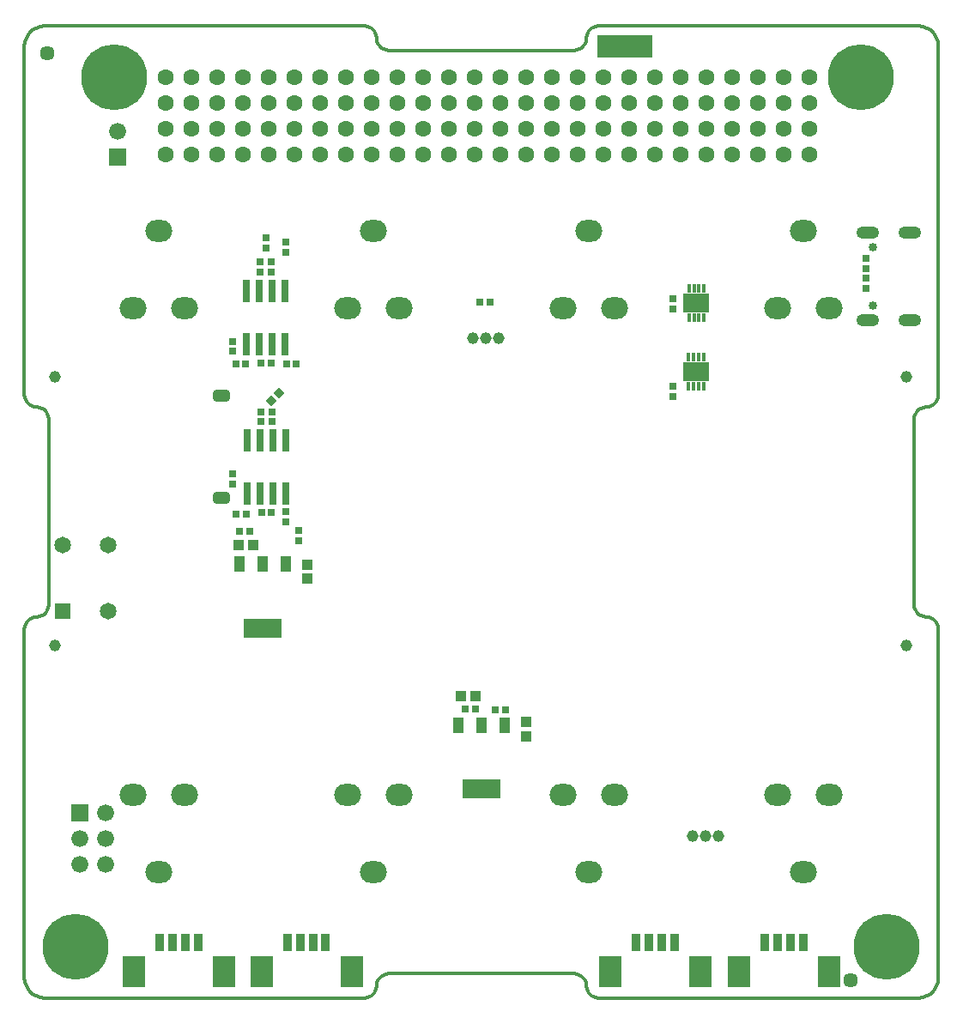
<source format=gbs>
G04*
G04 #@! TF.GenerationSoftware,Altium Limited,Altium Designer,21.7.2 (23)*
G04*
G04 Layer_Color=16711935*
%FSLAX25Y25*%
%MOIN*%
G70*
G04*
G04 #@! TF.SameCoordinates,586B0D2E-7DEF-4F54-8963-D9A3A6DEDF4E*
G04*
G04*
G04 #@! TF.FilePolarity,Negative*
G04*
G01*
G75*
%ADD10C,0.01181*%
%ADD20R,0.21654X0.08858*%
%ADD21R,0.03937X0.03937*%
%ADD22R,0.02953X0.02953*%
%ADD23R,0.02953X0.02953*%
%ADD25R,0.03937X0.03937*%
%ADD26P,0.04176X4X180.0*%
%ADD29R,0.03740X0.06890*%
%ADD30R,0.08858X0.12402*%
%ADD41R,0.01791X0.03691*%
%ADD42R,0.10391X0.07491*%
%ADD52R,0.02756X0.09055*%
%ADD53R,0.02756X0.09055*%
%ADD75C,0.05701*%
%ADD76O,0.10433X0.08465*%
%ADD77C,0.06591*%
%ADD78R,0.06591X0.06591*%
%ADD79C,0.06299*%
%ADD80C,0.03347*%
%ADD81O,0.08858X0.04724*%
G04:AMPARAMS|DCode=82|XSize=64.96mil|YSize=45.28mil|CornerRadius=12.8mil|HoleSize=0mil|Usage=FLASHONLY|Rotation=180.000|XOffset=0mil|YOffset=0mil|HoleType=Round|Shape=RoundedRectangle|*
%AMROUNDEDRECTD82*
21,1,0.06496,0.01968,0,0,180.0*
21,1,0.03937,0.04528,0,0,180.0*
1,1,0.02559,-0.01968,0.00984*
1,1,0.02559,0.01968,0.00984*
1,1,0.02559,0.01968,-0.00984*
1,1,0.02559,-0.01968,-0.00984*
%
%ADD82ROUNDEDRECTD82*%
%ADD83C,0.04528*%
%ADD84C,0.06488*%
%ADD85R,0.06488X0.06488*%
%ADD86C,0.25591*%
%ADD194R,0.04331X0.06299*%
%ADD195R,0.14567X0.07480*%
D10*
X2976Y1727D02*
X4469Y789D01*
X6134Y207D01*
X7886Y10D01*
X132039D01*
X133090Y128D01*
X134089Y477D01*
X134985Y1040D01*
X135733Y1788D01*
X136296Y2684D01*
X136645Y3683D01*
X136764Y4734D01*
X136882Y5785D01*
X137231Y6784D01*
X137794Y7680D01*
X138542Y8428D01*
X139438Y8991D01*
X140437Y9340D01*
X141488Y9458D01*
X213535D01*
X214586Y9340D01*
X215585Y8991D01*
X216481Y8428D01*
X217229Y7680D01*
X217792Y6784D01*
X218141Y5785D01*
X218260Y4734D01*
X218378Y3683D01*
X218727Y2684D01*
X219290Y1788D01*
X220038Y1040D01*
X220934Y477D01*
X221933Y128D01*
X222984Y10D01*
X347138D01*
X348890Y207D01*
X350554Y789D01*
X352047Y1727D01*
X353294Y2974D01*
X354232Y4467D01*
X354814Y6131D01*
X355012Y7884D01*
Y143297D01*
X354893Y144348D01*
X354544Y145347D01*
X353981Y146242D01*
X353233Y146991D01*
X352337Y147554D01*
X351339Y147903D01*
X350287Y148021D01*
X349236Y148140D01*
X348237Y148489D01*
X347341Y149052D01*
X346593Y149800D01*
X346031Y150696D01*
X345681Y151695D01*
X345563Y152746D01*
X345563Y224793D01*
X345681Y225844D01*
X346031Y226843D01*
X346593Y227739D01*
X347341Y228487D01*
X348237Y229049D01*
X349236Y229399D01*
X350287Y229517D01*
X351339Y229636D01*
X352337Y229985D01*
X353233Y230548D01*
X353981Y231296D01*
X354544Y232192D01*
X354893Y233190D01*
X355012Y234242D01*
Y369655D01*
X354814Y371407D01*
X354232Y373072D01*
X353294Y374565D01*
X352047Y375811D01*
X350554Y376749D01*
X348890Y377332D01*
X347137Y377529D01*
X222984D01*
X221933Y377411D01*
X220934Y377061D01*
X220038Y376499D01*
X219290Y375750D01*
X218727Y374855D01*
X218378Y373856D01*
X218260Y372805D01*
X218141Y371754D01*
X217792Y370755D01*
X217229Y369859D01*
X216481Y369111D01*
X215585Y368548D01*
X214586Y368199D01*
X213535Y368080D01*
X141488Y368080D01*
X140437Y368199D01*
X139438Y368548D01*
X138542Y369111D01*
X137794Y369859D01*
X137231Y370755D01*
X136882Y371754D01*
X136764Y372805D01*
X136645Y373856D01*
X136296Y374855D01*
X135733Y375750D01*
X134985Y376499D01*
X134089Y377061D01*
X133090Y377411D01*
X132039Y377529D01*
X7886D01*
X6134Y377332D01*
X4469Y376749D01*
X2976Y375811D01*
X1729Y374565D01*
X791Y373072D01*
X209Y371407D01*
X12Y369655D01*
Y234242D01*
X130Y233190D01*
X479Y232192D01*
X1042Y231296D01*
X1790Y230548D01*
X2686Y229985D01*
X3685Y229636D01*
X4736Y229517D01*
X5787Y229399D01*
X6786Y229049D01*
X7682Y228487D01*
X8430Y227739D01*
X8992Y226843D01*
X9342Y225844D01*
X9460Y224793D01*
Y152746D01*
X9342Y151695D01*
X8992Y150696D01*
X8430Y149800D01*
X7682Y149052D01*
X6786Y148489D01*
X5787Y148140D01*
X4736Y148021D01*
X3685Y147903D01*
X2686Y147554D01*
X1790Y146991D01*
X1042Y146242D01*
X479Y145347D01*
X130Y144348D01*
X12Y143297D01*
Y7884D01*
X209Y6131D01*
X791Y4467D01*
X1729Y2974D01*
X2976Y1727D01*
D20*
X233268Y369587D02*
D03*
D21*
X83344Y176100D02*
D03*
X88856D02*
D03*
X169644Y117400D02*
D03*
X175156D02*
D03*
D22*
X82163Y188100D02*
D03*
X83500Y181200D02*
D03*
X87437D02*
D03*
X95960Y188507D02*
D03*
X92023D02*
D03*
X86100Y188100D02*
D03*
X95786Y246650D02*
D03*
X101732Y246400D02*
D03*
X105668D02*
D03*
X91849Y246650D02*
D03*
X85969Y246400D02*
D03*
X82032D02*
D03*
X176900Y270300D02*
D03*
X180837Y270300D02*
D03*
X175268Y112200D02*
D03*
X171332D02*
D03*
X182832Y112100D02*
D03*
X186768D02*
D03*
D23*
X80900Y199632D02*
D03*
Y203569D02*
D03*
X101500Y188969D02*
D03*
Y185031D02*
D03*
X106600Y181668D02*
D03*
Y177732D02*
D03*
X96191Y223838D02*
D03*
Y227775D02*
D03*
X91791D02*
D03*
Y223838D02*
D03*
X80800Y251132D02*
D03*
Y255068D02*
D03*
X95954Y281872D02*
D03*
Y285809D02*
D03*
X101500Y289531D02*
D03*
Y293468D02*
D03*
X93753Y295309D02*
D03*
Y291372D02*
D03*
X91553Y285809D02*
D03*
Y281872D02*
D03*
X251700Y237568D02*
D03*
Y233631D02*
D03*
X251900Y267775D02*
D03*
Y271712D02*
D03*
X326700Y275532D02*
D03*
Y279468D02*
D03*
X326701Y283231D02*
D03*
X326701Y287169D02*
D03*
D25*
X109923Y162814D02*
D03*
Y168326D02*
D03*
X195000Y107200D02*
D03*
Y101688D02*
D03*
D26*
X96008Y232008D02*
D03*
X98792Y234792D02*
D03*
D29*
X52618Y21709D02*
D03*
X57539D02*
D03*
X62461D02*
D03*
X67382D02*
D03*
X102236D02*
D03*
X107158D02*
D03*
X112079D02*
D03*
X117000D02*
D03*
X237618D02*
D03*
X242539D02*
D03*
X247461D02*
D03*
X252382D02*
D03*
X287618D02*
D03*
X292539D02*
D03*
X297461D02*
D03*
X302382D02*
D03*
D30*
X42579Y10291D02*
D03*
X77421Y10291D02*
D03*
X92197Y10291D02*
D03*
X127039Y10291D02*
D03*
X227579D02*
D03*
X262421D02*
D03*
X277579D02*
D03*
X312421D02*
D03*
D41*
X257963Y237600D02*
D03*
X259931Y237600D02*
D03*
X261900D02*
D03*
X263868Y237600D02*
D03*
Y249100D02*
D03*
X261900Y249100D02*
D03*
X261984Y264150D02*
D03*
X263953Y264150D02*
D03*
Y275650D02*
D03*
X261984D02*
D03*
X260016D02*
D03*
X258047D02*
D03*
Y264150D02*
D03*
X260016Y264150D02*
D03*
X259931Y249100D02*
D03*
X257963Y249100D02*
D03*
D42*
X260916Y243350D02*
D03*
X261000Y269900D02*
D03*
D52*
X101500Y196064D02*
D03*
Y216536D02*
D03*
X101307Y254005D02*
D03*
Y274477D02*
D03*
D53*
X86500Y196064D02*
D03*
X91500D02*
D03*
X96500D02*
D03*
Y216536D02*
D03*
X91500D02*
D03*
X86500D02*
D03*
X96307Y254005D02*
D03*
X91307D02*
D03*
X86308D02*
D03*
X96307Y274477D02*
D03*
X91307D02*
D03*
X86308D02*
D03*
D75*
X8746Y367010D02*
D03*
X320700Y6900D02*
D03*
D76*
X42084Y78819D02*
D03*
X62084D02*
D03*
X52084Y48819D02*
D03*
X125612Y78819D02*
D03*
X145612D02*
D03*
X135612Y48819D02*
D03*
X209140Y78819D02*
D03*
X229140D02*
D03*
X219140Y48819D02*
D03*
X292667Y78819D02*
D03*
X312667D02*
D03*
X302667Y48819D02*
D03*
X312667Y267795D02*
D03*
X302667Y297795D02*
D03*
X292667Y267795D02*
D03*
X229140D02*
D03*
X219140Y297795D02*
D03*
X209140Y267795D02*
D03*
X145612D02*
D03*
X135612Y297795D02*
D03*
X125612Y267795D02*
D03*
X62084D02*
D03*
X52084Y297795D02*
D03*
X42084Y267795D02*
D03*
D77*
X21600Y51800D02*
D03*
X31600D02*
D03*
X31600Y61800D02*
D03*
X31600Y71800D02*
D03*
X21600Y61800D02*
D03*
X36300Y336600D02*
D03*
D78*
X21600Y71800D02*
D03*
X36300Y326600D02*
D03*
D79*
X205008Y327528D02*
D03*
X205012Y337528D02*
D03*
X215012D02*
D03*
X225012D02*
D03*
X225008Y327528D02*
D03*
X215008D02*
D03*
X235008D02*
D03*
X235012Y337528D02*
D03*
X245012D02*
D03*
X245008Y327528D02*
D03*
X255008D02*
D03*
X255012Y337528D02*
D03*
X265012D02*
D03*
X265008Y327528D02*
D03*
X275008D02*
D03*
X285008D02*
D03*
X285012Y337528D02*
D03*
X275012D02*
D03*
X295012D02*
D03*
X295008Y327528D02*
D03*
X305008D02*
D03*
X305012Y337528D02*
D03*
X304920Y347528D02*
D03*
X304924Y357528D02*
D03*
X294924D02*
D03*
X294920Y347528D02*
D03*
X284924Y357528D02*
D03*
X274924D02*
D03*
X274920Y347528D02*
D03*
X284920D02*
D03*
X264924Y357528D02*
D03*
X264920Y347528D02*
D03*
X254924Y357528D02*
D03*
X254920Y347528D02*
D03*
X244924Y357528D02*
D03*
X244920Y347528D02*
D03*
X234924Y357528D02*
D03*
X234920Y347528D02*
D03*
X224924Y357528D02*
D03*
X214924D02*
D03*
X214920Y347528D02*
D03*
X224920D02*
D03*
X204924Y357528D02*
D03*
X204920Y347528D02*
D03*
X194924Y357528D02*
D03*
X194920Y347528D02*
D03*
X195012Y337528D02*
D03*
X195008Y327528D02*
D03*
X184920Y347528D02*
D03*
X185012Y337528D02*
D03*
X185008Y327528D02*
D03*
X174920Y347528D02*
D03*
X175012Y337528D02*
D03*
X175008Y327528D02*
D03*
X164920Y347528D02*
D03*
X154920D02*
D03*
X155012Y337528D02*
D03*
X165012D02*
D03*
X165008Y327528D02*
D03*
X155008D02*
D03*
X144920Y347528D02*
D03*
X145012Y337528D02*
D03*
X145008Y327528D02*
D03*
X134920Y347528D02*
D03*
X135012Y337528D02*
D03*
X135008Y327528D02*
D03*
X124920Y347528D02*
D03*
X125012Y337528D02*
D03*
X125008Y327528D02*
D03*
X114920Y347528D02*
D03*
X115012Y337528D02*
D03*
X115008Y327528D02*
D03*
X104920Y347528D02*
D03*
X94920D02*
D03*
X95012Y337528D02*
D03*
X105012D02*
D03*
X105008Y327528D02*
D03*
X95008D02*
D03*
X84920Y347528D02*
D03*
X85012Y337528D02*
D03*
X85008Y327528D02*
D03*
X74920Y347528D02*
D03*
X75012Y337528D02*
D03*
X75008Y327528D02*
D03*
X64920Y347528D02*
D03*
X65012Y337528D02*
D03*
X65008Y327528D02*
D03*
X54920Y347528D02*
D03*
X55012Y337528D02*
D03*
X55008Y327528D02*
D03*
X74924Y357528D02*
D03*
X84924D02*
D03*
X94924D02*
D03*
X104924D02*
D03*
X114924D02*
D03*
X124924D02*
D03*
X134924D02*
D03*
X144924D02*
D03*
X154924D02*
D03*
X164924D02*
D03*
X174924D02*
D03*
X184924D02*
D03*
X64924D02*
D03*
X54924D02*
D03*
D80*
X329630Y269022D02*
D03*
Y291778D02*
D03*
D81*
X327543Y263392D02*
D03*
X344000D02*
D03*
X344000Y297408D02*
D03*
X327543D02*
D03*
D82*
X76500Y194430D02*
D03*
Y233800D02*
D03*
D83*
X11811Y136811D02*
D03*
Y241142D02*
D03*
X174100Y256400D02*
D03*
X179100D02*
D03*
X184100D02*
D03*
X342520Y136811D02*
D03*
X269594Y62958D02*
D03*
X264594D02*
D03*
X259594D02*
D03*
X342520Y241142D02*
D03*
D84*
X32600Y150400D02*
D03*
X32600Y175991D02*
D03*
X14884D02*
D03*
D85*
X14884Y150400D02*
D03*
D86*
X20012Y20009D02*
D03*
X335012D02*
D03*
X325012Y357529D02*
D03*
X35012D02*
D03*
D194*
X83633Y168532D02*
D03*
X92633D02*
D03*
X101633D02*
D03*
X168600Y106002D02*
D03*
X177600Y106002D02*
D03*
X186600Y106002D02*
D03*
D195*
X92633Y143729D02*
D03*
X177600Y81198D02*
D03*
M02*

</source>
